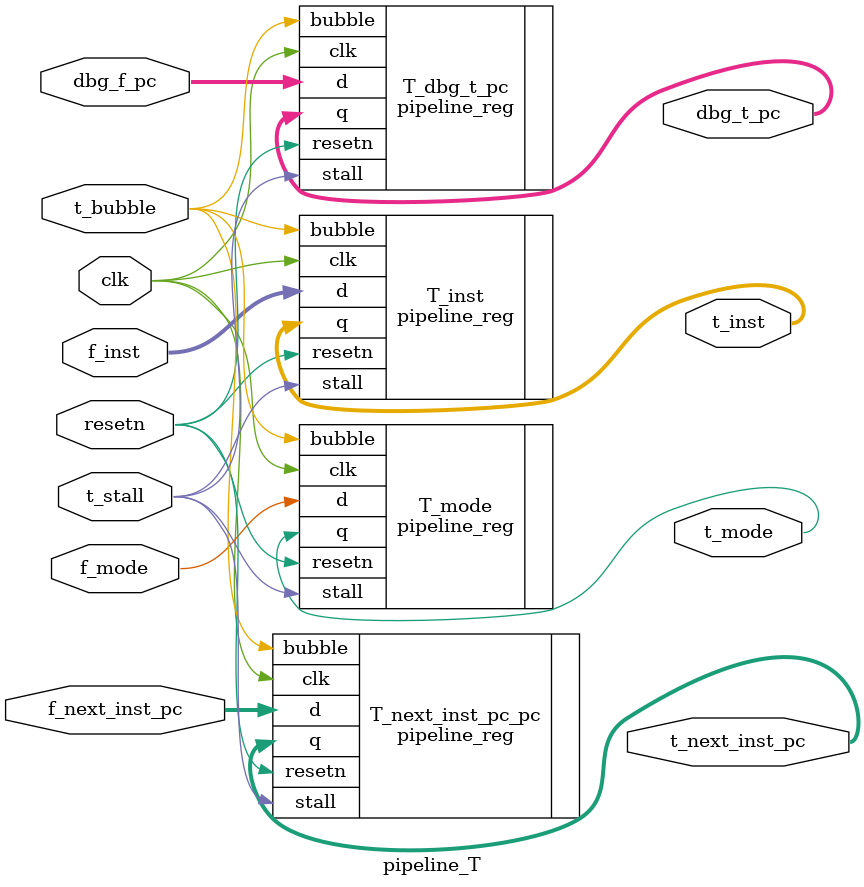
<source format=sv>
module pipeline_T(
	input clk, resetn, t_stall, t_bubble,
	input [47:0] f_inst,
	input f_mode,
	input [31:0] dbg_f_pc, f_next_inst_pc,
	output [47:0] t_inst,
	output t_mode,
	output [31:0] dbg_t_pc, t_next_inst_pc);
	
pipeline_reg #(
	.WIDTH(48),
	.BUBBLE_V(48'b0)
) T_inst(
	.clk(clk),
	.resetn(resetn),
	.stall(t_stall),
	.bubble(t_bubble),
	.d(f_inst),
	.q(t_inst)
);

pipeline_reg #(
	.BUBBLE_V(0)
) T_mode(
	.clk(clk),
	.resetn(resetn),
	.stall(t_stall),
	.bubble(t_bubble),
	.d(f_mode),
	.q(t_mode)
);

pipeline_reg #(
	.WIDTH(32),
	.BUBBLE_V(32'b1)
) T_dbg_t_pc(
	.clk(clk),
	.resetn(resetn),
	.stall(t_stall),
	.bubble(t_bubble),
	.d(dbg_f_pc),
	.q(dbg_t_pc)
);

pipeline_reg #(
	.WIDTH(32)
) T_next_inst_pc_pc(
	.clk(clk),
	.resetn(resetn),
	.stall(t_stall),
	.bubble(t_bubble),
	.d(f_next_inst_pc),
	.q(t_next_inst_pc)
);

endmodule

</source>
